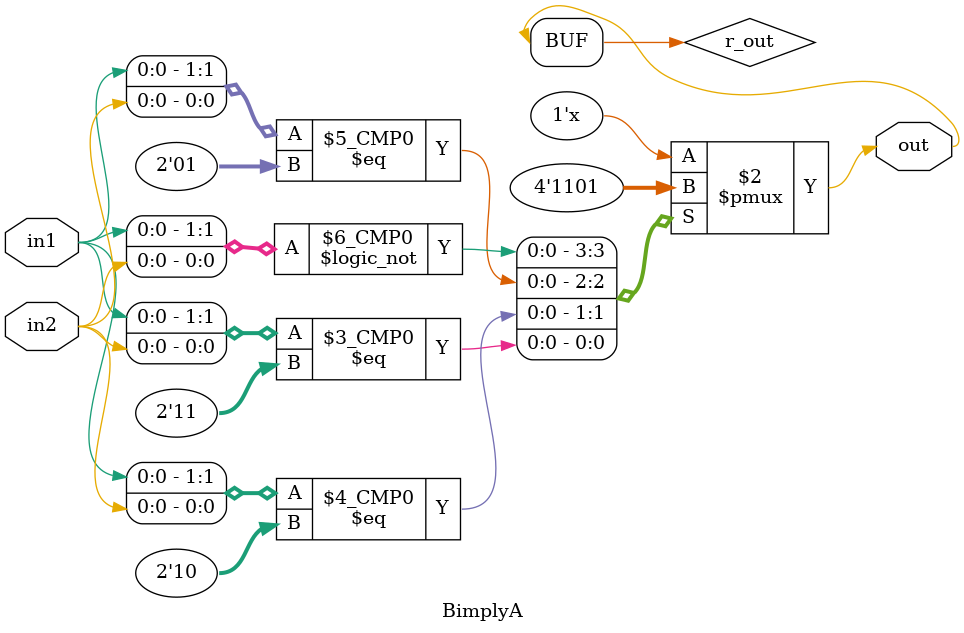
<source format=v>
module BimplyA(output out, input in1, in2);
  reg r_out;
  assign out = r_out;
  always@(in1, in2)
    begin
      case({in1,in2})
        2'b00: out = 1'b1;
        2'b01: out = 1'b1;
        2'b10: out = 1'b0;
        2'b11: out = 1'b1;
        default: out = 1'b0;
      endcase
    end
endmodule

</source>
